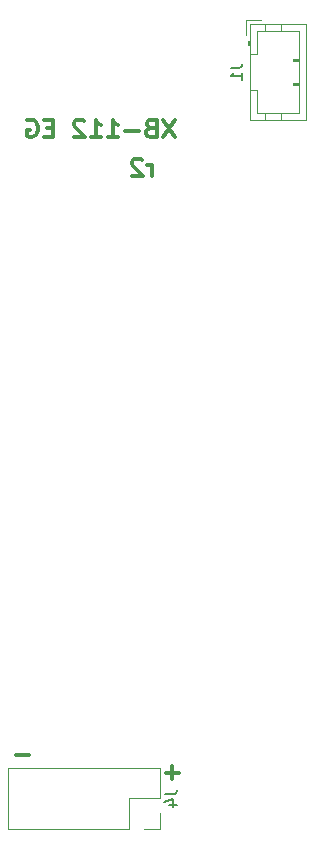
<source format=gbr>
G04 #@! TF.GenerationSoftware,KiCad,Pcbnew,(5.1.0)-1*
G04 #@! TF.CreationDate,2019-04-24T00:20:58-04:00*
G04 #@! TF.ProjectId,envelope,656e7665-6c6f-4706-952e-6b696361645f,rev?*
G04 #@! TF.SameCoordinates,Original*
G04 #@! TF.FileFunction,Legend,Bot*
G04 #@! TF.FilePolarity,Positive*
%FSLAX46Y46*%
G04 Gerber Fmt 4.6, Leading zero omitted, Abs format (unit mm)*
G04 Created by KiCad (PCBNEW (5.1.0)-1) date 2019-04-24 00:20:58*
%MOMM*%
%LPD*%
G04 APERTURE LIST*
%ADD10C,0.300000*%
%ADD11C,0.120000*%
%ADD12C,0.150000*%
G04 APERTURE END LIST*
D10*
X125789428Y-62908571D02*
X125789428Y-61908571D01*
X125789428Y-62194285D02*
X125718000Y-62051428D01*
X125646571Y-61980000D01*
X125503714Y-61908571D01*
X125360857Y-61908571D01*
X124932285Y-61551428D02*
X124860857Y-61480000D01*
X124718000Y-61408571D01*
X124360857Y-61408571D01*
X124218000Y-61480000D01*
X124146571Y-61551428D01*
X124075142Y-61694285D01*
X124075142Y-61837142D01*
X124146571Y-62051428D01*
X125003714Y-62908571D01*
X124075142Y-62908571D01*
X114236571Y-111867142D02*
X115379428Y-111867142D01*
X126936571Y-113391142D02*
X128079428Y-113391142D01*
X127508000Y-113962571D02*
X127508000Y-112819714D01*
X127733428Y-58106571D02*
X126733428Y-59606571D01*
X126733428Y-58106571D02*
X127733428Y-59606571D01*
X125662000Y-58820857D02*
X125447714Y-58892285D01*
X125376285Y-58963714D01*
X125304857Y-59106571D01*
X125304857Y-59320857D01*
X125376285Y-59463714D01*
X125447714Y-59535142D01*
X125590571Y-59606571D01*
X126162000Y-59606571D01*
X126162000Y-58106571D01*
X125662000Y-58106571D01*
X125519142Y-58178000D01*
X125447714Y-58249428D01*
X125376285Y-58392285D01*
X125376285Y-58535142D01*
X125447714Y-58678000D01*
X125519142Y-58749428D01*
X125662000Y-58820857D01*
X126162000Y-58820857D01*
X124662000Y-59035142D02*
X123519142Y-59035142D01*
X122019142Y-59606571D02*
X122876285Y-59606571D01*
X122447714Y-59606571D02*
X122447714Y-58106571D01*
X122590571Y-58320857D01*
X122733428Y-58463714D01*
X122876285Y-58535142D01*
X120590571Y-59606571D02*
X121447714Y-59606571D01*
X121019142Y-59606571D02*
X121019142Y-58106571D01*
X121162000Y-58320857D01*
X121304857Y-58463714D01*
X121447714Y-58535142D01*
X120019142Y-58249428D02*
X119947714Y-58178000D01*
X119804857Y-58106571D01*
X119447714Y-58106571D01*
X119304857Y-58178000D01*
X119233428Y-58249428D01*
X119162000Y-58392285D01*
X119162000Y-58535142D01*
X119233428Y-58749428D01*
X120090571Y-59606571D01*
X119162000Y-59606571D01*
X117376285Y-58820857D02*
X116876285Y-58820857D01*
X116662000Y-59606571D02*
X117376285Y-59606571D01*
X117376285Y-58106571D01*
X116662000Y-58106571D01*
X115233428Y-58178000D02*
X115376285Y-58106571D01*
X115590571Y-58106571D01*
X115804857Y-58178000D01*
X115947714Y-58320857D01*
X116019142Y-58463714D01*
X116090571Y-58749428D01*
X116090571Y-58963714D01*
X116019142Y-59249428D01*
X115947714Y-59392285D01*
X115804857Y-59535142D01*
X115590571Y-59606571D01*
X115447714Y-59606571D01*
X115233428Y-59535142D01*
X115162000Y-59463714D01*
X115162000Y-58963714D01*
X115447714Y-58963714D01*
D11*
X126425000Y-118170000D02*
X126425000Y-116840000D01*
X125095000Y-118170000D02*
X126425000Y-118170000D01*
X126425000Y-115570000D02*
X126425000Y-112970000D01*
X123825000Y-115570000D02*
X126425000Y-115570000D01*
X123825000Y-118170000D02*
X123825000Y-115570000D01*
X126425000Y-112970000D02*
X113605000Y-112970000D01*
X123825000Y-118170000D02*
X113605000Y-118170000D01*
X113605000Y-118170000D02*
X113605000Y-112970000D01*
X133780000Y-49710000D02*
X135030000Y-49710000D01*
X133780000Y-50960000D02*
X133780000Y-49710000D01*
X138190000Y-55070000D02*
X137690000Y-55070000D01*
X137690000Y-55170000D02*
X138190000Y-55170000D01*
X137690000Y-54970000D02*
X137690000Y-55170000D01*
X138190000Y-54970000D02*
X137690000Y-54970000D01*
X138190000Y-53070000D02*
X137690000Y-53070000D01*
X137690000Y-53170000D02*
X138190000Y-53170000D01*
X137690000Y-52970000D02*
X137690000Y-53170000D01*
X138190000Y-52970000D02*
X137690000Y-52970000D01*
X136690000Y-58130000D02*
X136690000Y-57520000D01*
X135390000Y-58130000D02*
X135390000Y-57520000D01*
X136690000Y-50010000D02*
X136690000Y-50620000D01*
X135390000Y-50010000D02*
X135390000Y-50620000D01*
X134690000Y-55570000D02*
X134080000Y-55570000D01*
X134690000Y-57520000D02*
X134690000Y-55570000D01*
X138190000Y-57520000D02*
X134690000Y-57520000D01*
X138190000Y-50620000D02*
X138190000Y-57520000D01*
X134690000Y-50620000D02*
X138190000Y-50620000D01*
X134690000Y-52570000D02*
X134690000Y-50620000D01*
X134080000Y-52570000D02*
X134690000Y-52570000D01*
X133980000Y-51770000D02*
X133980000Y-51470000D01*
X133880000Y-51470000D02*
X134080000Y-51470000D01*
X133880000Y-51770000D02*
X133880000Y-51470000D01*
X134080000Y-51770000D02*
X133880000Y-51770000D01*
X134080000Y-58130000D02*
X134080000Y-50010000D01*
X138800000Y-58130000D02*
X134080000Y-58130000D01*
X138800000Y-50010000D02*
X138800000Y-58130000D01*
X134080000Y-50010000D02*
X138800000Y-50010000D01*
D12*
X126877380Y-115236666D02*
X127591666Y-115236666D01*
X127734523Y-115189047D01*
X127829761Y-115093809D01*
X127877380Y-114950952D01*
X127877380Y-114855714D01*
X127210714Y-116141428D02*
X127877380Y-116141428D01*
X126829761Y-115903333D02*
X127544047Y-115665238D01*
X127544047Y-116284285D01*
X132442380Y-53736666D02*
X133156666Y-53736666D01*
X133299523Y-53689047D01*
X133394761Y-53593809D01*
X133442380Y-53450952D01*
X133442380Y-53355714D01*
X133442380Y-54736666D02*
X133442380Y-54165238D01*
X133442380Y-54450952D02*
X132442380Y-54450952D01*
X132585238Y-54355714D01*
X132680476Y-54260476D01*
X132728095Y-54165238D01*
M02*

</source>
